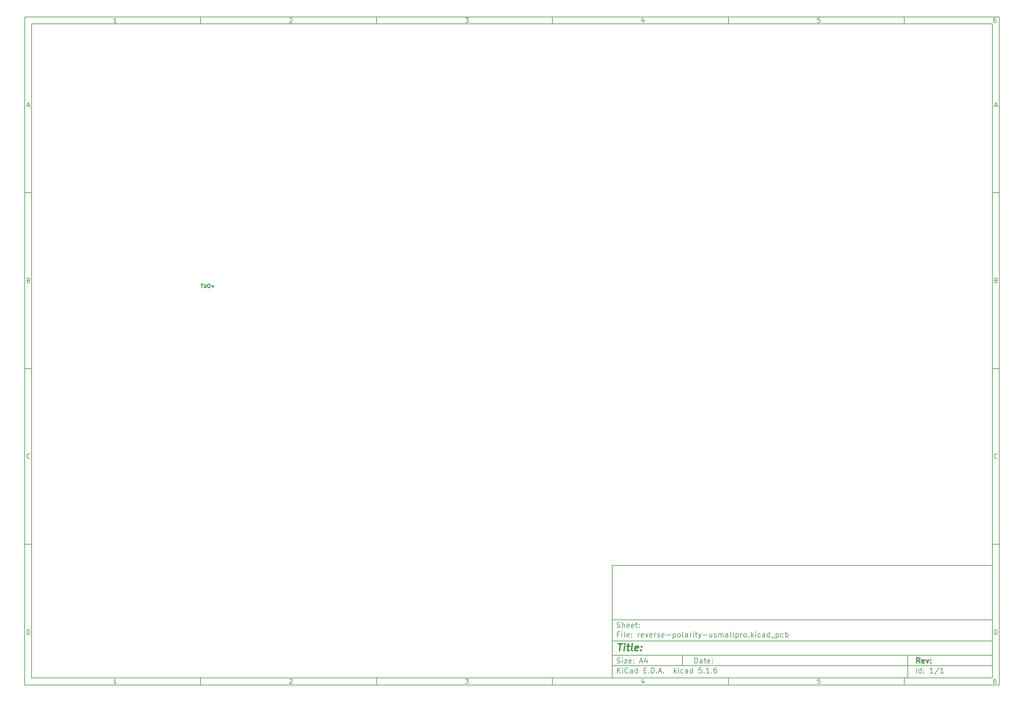
<source format=gbr>
G04 #@! TF.GenerationSoftware,KiCad,Pcbnew,5.1.6*
G04 #@! TF.CreationDate,2020-09-05T15:35:29+02:00*
G04 #@! TF.ProjectId,reverse-polarity-usmallpro,72657665-7273-4652-9d70-6f6c61726974,rev?*
G04 #@! TF.SameCoordinates,Original*
G04 #@! TF.FileFunction,Legend,Bot*
G04 #@! TF.FilePolarity,Positive*
%FSLAX46Y46*%
G04 Gerber Fmt 4.6, Leading zero omitted, Abs format (unit mm)*
G04 Created by KiCad (PCBNEW 5.1.6) date 2020-09-05 15:35:29*
%MOMM*%
%LPD*%
G01*
G04 APERTURE LIST*
%ADD10C,0.100000*%
%ADD11C,0.150000*%
%ADD12C,0.300000*%
%ADD13C,0.400000*%
%ADD14C,0.250000*%
G04 APERTURE END LIST*
D10*
D11*
X177002200Y-166007200D02*
X177002200Y-198007200D01*
X285002200Y-198007200D01*
X285002200Y-166007200D01*
X177002200Y-166007200D01*
D10*
D11*
X10000000Y-10000000D02*
X10000000Y-200007200D01*
X287002200Y-200007200D01*
X287002200Y-10000000D01*
X10000000Y-10000000D01*
D10*
D11*
X12000000Y-12000000D02*
X12000000Y-198007200D01*
X285002200Y-198007200D01*
X285002200Y-12000000D01*
X12000000Y-12000000D01*
D10*
D11*
X60000000Y-12000000D02*
X60000000Y-10000000D01*
D10*
D11*
X110000000Y-12000000D02*
X110000000Y-10000000D01*
D10*
D11*
X160000000Y-12000000D02*
X160000000Y-10000000D01*
D10*
D11*
X210000000Y-12000000D02*
X210000000Y-10000000D01*
D10*
D11*
X260000000Y-12000000D02*
X260000000Y-10000000D01*
D10*
D11*
X36065476Y-11588095D02*
X35322619Y-11588095D01*
X35694047Y-11588095D02*
X35694047Y-10288095D01*
X35570238Y-10473809D01*
X35446428Y-10597619D01*
X35322619Y-10659523D01*
D10*
D11*
X85322619Y-10411904D02*
X85384523Y-10350000D01*
X85508333Y-10288095D01*
X85817857Y-10288095D01*
X85941666Y-10350000D01*
X86003571Y-10411904D01*
X86065476Y-10535714D01*
X86065476Y-10659523D01*
X86003571Y-10845238D01*
X85260714Y-11588095D01*
X86065476Y-11588095D01*
D10*
D11*
X135260714Y-10288095D02*
X136065476Y-10288095D01*
X135632142Y-10783333D01*
X135817857Y-10783333D01*
X135941666Y-10845238D01*
X136003571Y-10907142D01*
X136065476Y-11030952D01*
X136065476Y-11340476D01*
X136003571Y-11464285D01*
X135941666Y-11526190D01*
X135817857Y-11588095D01*
X135446428Y-11588095D01*
X135322619Y-11526190D01*
X135260714Y-11464285D01*
D10*
D11*
X185941666Y-10721428D02*
X185941666Y-11588095D01*
X185632142Y-10226190D02*
X185322619Y-11154761D01*
X186127380Y-11154761D01*
D10*
D11*
X236003571Y-10288095D02*
X235384523Y-10288095D01*
X235322619Y-10907142D01*
X235384523Y-10845238D01*
X235508333Y-10783333D01*
X235817857Y-10783333D01*
X235941666Y-10845238D01*
X236003571Y-10907142D01*
X236065476Y-11030952D01*
X236065476Y-11340476D01*
X236003571Y-11464285D01*
X235941666Y-11526190D01*
X235817857Y-11588095D01*
X235508333Y-11588095D01*
X235384523Y-11526190D01*
X235322619Y-11464285D01*
D10*
D11*
X285941666Y-10288095D02*
X285694047Y-10288095D01*
X285570238Y-10350000D01*
X285508333Y-10411904D01*
X285384523Y-10597619D01*
X285322619Y-10845238D01*
X285322619Y-11340476D01*
X285384523Y-11464285D01*
X285446428Y-11526190D01*
X285570238Y-11588095D01*
X285817857Y-11588095D01*
X285941666Y-11526190D01*
X286003571Y-11464285D01*
X286065476Y-11340476D01*
X286065476Y-11030952D01*
X286003571Y-10907142D01*
X285941666Y-10845238D01*
X285817857Y-10783333D01*
X285570238Y-10783333D01*
X285446428Y-10845238D01*
X285384523Y-10907142D01*
X285322619Y-11030952D01*
D10*
D11*
X60000000Y-198007200D02*
X60000000Y-200007200D01*
D10*
D11*
X110000000Y-198007200D02*
X110000000Y-200007200D01*
D10*
D11*
X160000000Y-198007200D02*
X160000000Y-200007200D01*
D10*
D11*
X210000000Y-198007200D02*
X210000000Y-200007200D01*
D10*
D11*
X260000000Y-198007200D02*
X260000000Y-200007200D01*
D10*
D11*
X36065476Y-199595295D02*
X35322619Y-199595295D01*
X35694047Y-199595295D02*
X35694047Y-198295295D01*
X35570238Y-198481009D01*
X35446428Y-198604819D01*
X35322619Y-198666723D01*
D10*
D11*
X85322619Y-198419104D02*
X85384523Y-198357200D01*
X85508333Y-198295295D01*
X85817857Y-198295295D01*
X85941666Y-198357200D01*
X86003571Y-198419104D01*
X86065476Y-198542914D01*
X86065476Y-198666723D01*
X86003571Y-198852438D01*
X85260714Y-199595295D01*
X86065476Y-199595295D01*
D10*
D11*
X135260714Y-198295295D02*
X136065476Y-198295295D01*
X135632142Y-198790533D01*
X135817857Y-198790533D01*
X135941666Y-198852438D01*
X136003571Y-198914342D01*
X136065476Y-199038152D01*
X136065476Y-199347676D01*
X136003571Y-199471485D01*
X135941666Y-199533390D01*
X135817857Y-199595295D01*
X135446428Y-199595295D01*
X135322619Y-199533390D01*
X135260714Y-199471485D01*
D10*
D11*
X185941666Y-198728628D02*
X185941666Y-199595295D01*
X185632142Y-198233390D02*
X185322619Y-199161961D01*
X186127380Y-199161961D01*
D10*
D11*
X236003571Y-198295295D02*
X235384523Y-198295295D01*
X235322619Y-198914342D01*
X235384523Y-198852438D01*
X235508333Y-198790533D01*
X235817857Y-198790533D01*
X235941666Y-198852438D01*
X236003571Y-198914342D01*
X236065476Y-199038152D01*
X236065476Y-199347676D01*
X236003571Y-199471485D01*
X235941666Y-199533390D01*
X235817857Y-199595295D01*
X235508333Y-199595295D01*
X235384523Y-199533390D01*
X235322619Y-199471485D01*
D10*
D11*
X285941666Y-198295295D02*
X285694047Y-198295295D01*
X285570238Y-198357200D01*
X285508333Y-198419104D01*
X285384523Y-198604819D01*
X285322619Y-198852438D01*
X285322619Y-199347676D01*
X285384523Y-199471485D01*
X285446428Y-199533390D01*
X285570238Y-199595295D01*
X285817857Y-199595295D01*
X285941666Y-199533390D01*
X286003571Y-199471485D01*
X286065476Y-199347676D01*
X286065476Y-199038152D01*
X286003571Y-198914342D01*
X285941666Y-198852438D01*
X285817857Y-198790533D01*
X285570238Y-198790533D01*
X285446428Y-198852438D01*
X285384523Y-198914342D01*
X285322619Y-199038152D01*
D10*
D11*
X10000000Y-60000000D02*
X12000000Y-60000000D01*
D10*
D11*
X10000000Y-110000000D02*
X12000000Y-110000000D01*
D10*
D11*
X10000000Y-160000000D02*
X12000000Y-160000000D01*
D10*
D11*
X10690476Y-35216666D02*
X11309523Y-35216666D01*
X10566666Y-35588095D02*
X11000000Y-34288095D01*
X11433333Y-35588095D01*
D10*
D11*
X11092857Y-84907142D02*
X11278571Y-84969047D01*
X11340476Y-85030952D01*
X11402380Y-85154761D01*
X11402380Y-85340476D01*
X11340476Y-85464285D01*
X11278571Y-85526190D01*
X11154761Y-85588095D01*
X10659523Y-85588095D01*
X10659523Y-84288095D01*
X11092857Y-84288095D01*
X11216666Y-84350000D01*
X11278571Y-84411904D01*
X11340476Y-84535714D01*
X11340476Y-84659523D01*
X11278571Y-84783333D01*
X11216666Y-84845238D01*
X11092857Y-84907142D01*
X10659523Y-84907142D01*
D10*
D11*
X11402380Y-135464285D02*
X11340476Y-135526190D01*
X11154761Y-135588095D01*
X11030952Y-135588095D01*
X10845238Y-135526190D01*
X10721428Y-135402380D01*
X10659523Y-135278571D01*
X10597619Y-135030952D01*
X10597619Y-134845238D01*
X10659523Y-134597619D01*
X10721428Y-134473809D01*
X10845238Y-134350000D01*
X11030952Y-134288095D01*
X11154761Y-134288095D01*
X11340476Y-134350000D01*
X11402380Y-134411904D01*
D10*
D11*
X10659523Y-185588095D02*
X10659523Y-184288095D01*
X10969047Y-184288095D01*
X11154761Y-184350000D01*
X11278571Y-184473809D01*
X11340476Y-184597619D01*
X11402380Y-184845238D01*
X11402380Y-185030952D01*
X11340476Y-185278571D01*
X11278571Y-185402380D01*
X11154761Y-185526190D01*
X10969047Y-185588095D01*
X10659523Y-185588095D01*
D10*
D11*
X287002200Y-60000000D02*
X285002200Y-60000000D01*
D10*
D11*
X287002200Y-110000000D02*
X285002200Y-110000000D01*
D10*
D11*
X287002200Y-160000000D02*
X285002200Y-160000000D01*
D10*
D11*
X285692676Y-35216666D02*
X286311723Y-35216666D01*
X285568866Y-35588095D02*
X286002200Y-34288095D01*
X286435533Y-35588095D01*
D10*
D11*
X286095057Y-84907142D02*
X286280771Y-84969047D01*
X286342676Y-85030952D01*
X286404580Y-85154761D01*
X286404580Y-85340476D01*
X286342676Y-85464285D01*
X286280771Y-85526190D01*
X286156961Y-85588095D01*
X285661723Y-85588095D01*
X285661723Y-84288095D01*
X286095057Y-84288095D01*
X286218866Y-84350000D01*
X286280771Y-84411904D01*
X286342676Y-84535714D01*
X286342676Y-84659523D01*
X286280771Y-84783333D01*
X286218866Y-84845238D01*
X286095057Y-84907142D01*
X285661723Y-84907142D01*
D10*
D11*
X286404580Y-135464285D02*
X286342676Y-135526190D01*
X286156961Y-135588095D01*
X286033152Y-135588095D01*
X285847438Y-135526190D01*
X285723628Y-135402380D01*
X285661723Y-135278571D01*
X285599819Y-135030952D01*
X285599819Y-134845238D01*
X285661723Y-134597619D01*
X285723628Y-134473809D01*
X285847438Y-134350000D01*
X286033152Y-134288095D01*
X286156961Y-134288095D01*
X286342676Y-134350000D01*
X286404580Y-134411904D01*
D10*
D11*
X285661723Y-185588095D02*
X285661723Y-184288095D01*
X285971247Y-184288095D01*
X286156961Y-184350000D01*
X286280771Y-184473809D01*
X286342676Y-184597619D01*
X286404580Y-184845238D01*
X286404580Y-185030952D01*
X286342676Y-185278571D01*
X286280771Y-185402380D01*
X286156961Y-185526190D01*
X285971247Y-185588095D01*
X285661723Y-185588095D01*
D10*
D11*
X200434342Y-193785771D02*
X200434342Y-192285771D01*
X200791485Y-192285771D01*
X201005771Y-192357200D01*
X201148628Y-192500057D01*
X201220057Y-192642914D01*
X201291485Y-192928628D01*
X201291485Y-193142914D01*
X201220057Y-193428628D01*
X201148628Y-193571485D01*
X201005771Y-193714342D01*
X200791485Y-193785771D01*
X200434342Y-193785771D01*
X202577200Y-193785771D02*
X202577200Y-193000057D01*
X202505771Y-192857200D01*
X202362914Y-192785771D01*
X202077200Y-192785771D01*
X201934342Y-192857200D01*
X202577200Y-193714342D02*
X202434342Y-193785771D01*
X202077200Y-193785771D01*
X201934342Y-193714342D01*
X201862914Y-193571485D01*
X201862914Y-193428628D01*
X201934342Y-193285771D01*
X202077200Y-193214342D01*
X202434342Y-193214342D01*
X202577200Y-193142914D01*
X203077200Y-192785771D02*
X203648628Y-192785771D01*
X203291485Y-192285771D02*
X203291485Y-193571485D01*
X203362914Y-193714342D01*
X203505771Y-193785771D01*
X203648628Y-193785771D01*
X204720057Y-193714342D02*
X204577200Y-193785771D01*
X204291485Y-193785771D01*
X204148628Y-193714342D01*
X204077200Y-193571485D01*
X204077200Y-193000057D01*
X204148628Y-192857200D01*
X204291485Y-192785771D01*
X204577200Y-192785771D01*
X204720057Y-192857200D01*
X204791485Y-193000057D01*
X204791485Y-193142914D01*
X204077200Y-193285771D01*
X205434342Y-193642914D02*
X205505771Y-193714342D01*
X205434342Y-193785771D01*
X205362914Y-193714342D01*
X205434342Y-193642914D01*
X205434342Y-193785771D01*
X205434342Y-192857200D02*
X205505771Y-192928628D01*
X205434342Y-193000057D01*
X205362914Y-192928628D01*
X205434342Y-192857200D01*
X205434342Y-193000057D01*
D10*
D11*
X177002200Y-194507200D02*
X285002200Y-194507200D01*
D10*
D11*
X178434342Y-196585771D02*
X178434342Y-195085771D01*
X179291485Y-196585771D02*
X178648628Y-195728628D01*
X179291485Y-195085771D02*
X178434342Y-195942914D01*
X179934342Y-196585771D02*
X179934342Y-195585771D01*
X179934342Y-195085771D02*
X179862914Y-195157200D01*
X179934342Y-195228628D01*
X180005771Y-195157200D01*
X179934342Y-195085771D01*
X179934342Y-195228628D01*
X181505771Y-196442914D02*
X181434342Y-196514342D01*
X181220057Y-196585771D01*
X181077200Y-196585771D01*
X180862914Y-196514342D01*
X180720057Y-196371485D01*
X180648628Y-196228628D01*
X180577200Y-195942914D01*
X180577200Y-195728628D01*
X180648628Y-195442914D01*
X180720057Y-195300057D01*
X180862914Y-195157200D01*
X181077200Y-195085771D01*
X181220057Y-195085771D01*
X181434342Y-195157200D01*
X181505771Y-195228628D01*
X182791485Y-196585771D02*
X182791485Y-195800057D01*
X182720057Y-195657200D01*
X182577200Y-195585771D01*
X182291485Y-195585771D01*
X182148628Y-195657200D01*
X182791485Y-196514342D02*
X182648628Y-196585771D01*
X182291485Y-196585771D01*
X182148628Y-196514342D01*
X182077200Y-196371485D01*
X182077200Y-196228628D01*
X182148628Y-196085771D01*
X182291485Y-196014342D01*
X182648628Y-196014342D01*
X182791485Y-195942914D01*
X184148628Y-196585771D02*
X184148628Y-195085771D01*
X184148628Y-196514342D02*
X184005771Y-196585771D01*
X183720057Y-196585771D01*
X183577200Y-196514342D01*
X183505771Y-196442914D01*
X183434342Y-196300057D01*
X183434342Y-195871485D01*
X183505771Y-195728628D01*
X183577200Y-195657200D01*
X183720057Y-195585771D01*
X184005771Y-195585771D01*
X184148628Y-195657200D01*
X186005771Y-195800057D02*
X186505771Y-195800057D01*
X186720057Y-196585771D02*
X186005771Y-196585771D01*
X186005771Y-195085771D01*
X186720057Y-195085771D01*
X187362914Y-196442914D02*
X187434342Y-196514342D01*
X187362914Y-196585771D01*
X187291485Y-196514342D01*
X187362914Y-196442914D01*
X187362914Y-196585771D01*
X188077200Y-196585771D02*
X188077200Y-195085771D01*
X188434342Y-195085771D01*
X188648628Y-195157200D01*
X188791485Y-195300057D01*
X188862914Y-195442914D01*
X188934342Y-195728628D01*
X188934342Y-195942914D01*
X188862914Y-196228628D01*
X188791485Y-196371485D01*
X188648628Y-196514342D01*
X188434342Y-196585771D01*
X188077200Y-196585771D01*
X189577200Y-196442914D02*
X189648628Y-196514342D01*
X189577200Y-196585771D01*
X189505771Y-196514342D01*
X189577200Y-196442914D01*
X189577200Y-196585771D01*
X190220057Y-196157200D02*
X190934342Y-196157200D01*
X190077200Y-196585771D02*
X190577200Y-195085771D01*
X191077200Y-196585771D01*
X191577200Y-196442914D02*
X191648628Y-196514342D01*
X191577200Y-196585771D01*
X191505771Y-196514342D01*
X191577200Y-196442914D01*
X191577200Y-196585771D01*
X194577200Y-196585771D02*
X194577200Y-195085771D01*
X194720057Y-196014342D02*
X195148628Y-196585771D01*
X195148628Y-195585771D02*
X194577200Y-196157200D01*
X195791485Y-196585771D02*
X195791485Y-195585771D01*
X195791485Y-195085771D02*
X195720057Y-195157200D01*
X195791485Y-195228628D01*
X195862914Y-195157200D01*
X195791485Y-195085771D01*
X195791485Y-195228628D01*
X197148628Y-196514342D02*
X197005771Y-196585771D01*
X196720057Y-196585771D01*
X196577200Y-196514342D01*
X196505771Y-196442914D01*
X196434342Y-196300057D01*
X196434342Y-195871485D01*
X196505771Y-195728628D01*
X196577200Y-195657200D01*
X196720057Y-195585771D01*
X197005771Y-195585771D01*
X197148628Y-195657200D01*
X198434342Y-196585771D02*
X198434342Y-195800057D01*
X198362914Y-195657200D01*
X198220057Y-195585771D01*
X197934342Y-195585771D01*
X197791485Y-195657200D01*
X198434342Y-196514342D02*
X198291485Y-196585771D01*
X197934342Y-196585771D01*
X197791485Y-196514342D01*
X197720057Y-196371485D01*
X197720057Y-196228628D01*
X197791485Y-196085771D01*
X197934342Y-196014342D01*
X198291485Y-196014342D01*
X198434342Y-195942914D01*
X199791485Y-196585771D02*
X199791485Y-195085771D01*
X199791485Y-196514342D02*
X199648628Y-196585771D01*
X199362914Y-196585771D01*
X199220057Y-196514342D01*
X199148628Y-196442914D01*
X199077200Y-196300057D01*
X199077200Y-195871485D01*
X199148628Y-195728628D01*
X199220057Y-195657200D01*
X199362914Y-195585771D01*
X199648628Y-195585771D01*
X199791485Y-195657200D01*
X202362914Y-195085771D02*
X201648628Y-195085771D01*
X201577200Y-195800057D01*
X201648628Y-195728628D01*
X201791485Y-195657200D01*
X202148628Y-195657200D01*
X202291485Y-195728628D01*
X202362914Y-195800057D01*
X202434342Y-195942914D01*
X202434342Y-196300057D01*
X202362914Y-196442914D01*
X202291485Y-196514342D01*
X202148628Y-196585771D01*
X201791485Y-196585771D01*
X201648628Y-196514342D01*
X201577200Y-196442914D01*
X203077200Y-196442914D02*
X203148628Y-196514342D01*
X203077200Y-196585771D01*
X203005771Y-196514342D01*
X203077200Y-196442914D01*
X203077200Y-196585771D01*
X204577200Y-196585771D02*
X203720057Y-196585771D01*
X204148628Y-196585771D02*
X204148628Y-195085771D01*
X204005771Y-195300057D01*
X203862914Y-195442914D01*
X203720057Y-195514342D01*
X205220057Y-196442914D02*
X205291485Y-196514342D01*
X205220057Y-196585771D01*
X205148628Y-196514342D01*
X205220057Y-196442914D01*
X205220057Y-196585771D01*
X206577200Y-195085771D02*
X206291485Y-195085771D01*
X206148628Y-195157200D01*
X206077200Y-195228628D01*
X205934342Y-195442914D01*
X205862914Y-195728628D01*
X205862914Y-196300057D01*
X205934342Y-196442914D01*
X206005771Y-196514342D01*
X206148628Y-196585771D01*
X206434342Y-196585771D01*
X206577200Y-196514342D01*
X206648628Y-196442914D01*
X206720057Y-196300057D01*
X206720057Y-195942914D01*
X206648628Y-195800057D01*
X206577200Y-195728628D01*
X206434342Y-195657200D01*
X206148628Y-195657200D01*
X206005771Y-195728628D01*
X205934342Y-195800057D01*
X205862914Y-195942914D01*
D10*
D11*
X177002200Y-191507200D02*
X285002200Y-191507200D01*
D10*
D12*
X264411485Y-193785771D02*
X263911485Y-193071485D01*
X263554342Y-193785771D02*
X263554342Y-192285771D01*
X264125771Y-192285771D01*
X264268628Y-192357200D01*
X264340057Y-192428628D01*
X264411485Y-192571485D01*
X264411485Y-192785771D01*
X264340057Y-192928628D01*
X264268628Y-193000057D01*
X264125771Y-193071485D01*
X263554342Y-193071485D01*
X265625771Y-193714342D02*
X265482914Y-193785771D01*
X265197200Y-193785771D01*
X265054342Y-193714342D01*
X264982914Y-193571485D01*
X264982914Y-193000057D01*
X265054342Y-192857200D01*
X265197200Y-192785771D01*
X265482914Y-192785771D01*
X265625771Y-192857200D01*
X265697200Y-193000057D01*
X265697200Y-193142914D01*
X264982914Y-193285771D01*
X266197200Y-192785771D02*
X266554342Y-193785771D01*
X266911485Y-192785771D01*
X267482914Y-193642914D02*
X267554342Y-193714342D01*
X267482914Y-193785771D01*
X267411485Y-193714342D01*
X267482914Y-193642914D01*
X267482914Y-193785771D01*
X267482914Y-192857200D02*
X267554342Y-192928628D01*
X267482914Y-193000057D01*
X267411485Y-192928628D01*
X267482914Y-192857200D01*
X267482914Y-193000057D01*
D10*
D11*
X178362914Y-193714342D02*
X178577200Y-193785771D01*
X178934342Y-193785771D01*
X179077200Y-193714342D01*
X179148628Y-193642914D01*
X179220057Y-193500057D01*
X179220057Y-193357200D01*
X179148628Y-193214342D01*
X179077200Y-193142914D01*
X178934342Y-193071485D01*
X178648628Y-193000057D01*
X178505771Y-192928628D01*
X178434342Y-192857200D01*
X178362914Y-192714342D01*
X178362914Y-192571485D01*
X178434342Y-192428628D01*
X178505771Y-192357200D01*
X178648628Y-192285771D01*
X179005771Y-192285771D01*
X179220057Y-192357200D01*
X179862914Y-193785771D02*
X179862914Y-192785771D01*
X179862914Y-192285771D02*
X179791485Y-192357200D01*
X179862914Y-192428628D01*
X179934342Y-192357200D01*
X179862914Y-192285771D01*
X179862914Y-192428628D01*
X180434342Y-192785771D02*
X181220057Y-192785771D01*
X180434342Y-193785771D01*
X181220057Y-193785771D01*
X182362914Y-193714342D02*
X182220057Y-193785771D01*
X181934342Y-193785771D01*
X181791485Y-193714342D01*
X181720057Y-193571485D01*
X181720057Y-193000057D01*
X181791485Y-192857200D01*
X181934342Y-192785771D01*
X182220057Y-192785771D01*
X182362914Y-192857200D01*
X182434342Y-193000057D01*
X182434342Y-193142914D01*
X181720057Y-193285771D01*
X183077200Y-193642914D02*
X183148628Y-193714342D01*
X183077200Y-193785771D01*
X183005771Y-193714342D01*
X183077200Y-193642914D01*
X183077200Y-193785771D01*
X183077200Y-192857200D02*
X183148628Y-192928628D01*
X183077200Y-193000057D01*
X183005771Y-192928628D01*
X183077200Y-192857200D01*
X183077200Y-193000057D01*
X184862914Y-193357200D02*
X185577200Y-193357200D01*
X184720057Y-193785771D02*
X185220057Y-192285771D01*
X185720057Y-193785771D01*
X186862914Y-192785771D02*
X186862914Y-193785771D01*
X186505771Y-192214342D02*
X186148628Y-193285771D01*
X187077200Y-193285771D01*
D10*
D11*
X263434342Y-196585771D02*
X263434342Y-195085771D01*
X264791485Y-196585771D02*
X264791485Y-195085771D01*
X264791485Y-196514342D02*
X264648628Y-196585771D01*
X264362914Y-196585771D01*
X264220057Y-196514342D01*
X264148628Y-196442914D01*
X264077200Y-196300057D01*
X264077200Y-195871485D01*
X264148628Y-195728628D01*
X264220057Y-195657200D01*
X264362914Y-195585771D01*
X264648628Y-195585771D01*
X264791485Y-195657200D01*
X265505771Y-196442914D02*
X265577200Y-196514342D01*
X265505771Y-196585771D01*
X265434342Y-196514342D01*
X265505771Y-196442914D01*
X265505771Y-196585771D01*
X265505771Y-195657200D02*
X265577200Y-195728628D01*
X265505771Y-195800057D01*
X265434342Y-195728628D01*
X265505771Y-195657200D01*
X265505771Y-195800057D01*
X268148628Y-196585771D02*
X267291485Y-196585771D01*
X267720057Y-196585771D02*
X267720057Y-195085771D01*
X267577200Y-195300057D01*
X267434342Y-195442914D01*
X267291485Y-195514342D01*
X269862914Y-195014342D02*
X268577200Y-196942914D01*
X271148628Y-196585771D02*
X270291485Y-196585771D01*
X270720057Y-196585771D02*
X270720057Y-195085771D01*
X270577200Y-195300057D01*
X270434342Y-195442914D01*
X270291485Y-195514342D01*
D10*
D11*
X177002200Y-187507200D02*
X285002200Y-187507200D01*
D10*
D13*
X178714580Y-188211961D02*
X179857438Y-188211961D01*
X179036009Y-190211961D02*
X179286009Y-188211961D01*
X180274104Y-190211961D02*
X180440771Y-188878628D01*
X180524104Y-188211961D02*
X180416961Y-188307200D01*
X180500295Y-188402438D01*
X180607438Y-188307200D01*
X180524104Y-188211961D01*
X180500295Y-188402438D01*
X181107438Y-188878628D02*
X181869342Y-188878628D01*
X181476485Y-188211961D02*
X181262200Y-189926247D01*
X181333628Y-190116723D01*
X181512200Y-190211961D01*
X181702676Y-190211961D01*
X182655057Y-190211961D02*
X182476485Y-190116723D01*
X182405057Y-189926247D01*
X182619342Y-188211961D01*
X184190771Y-190116723D02*
X183988390Y-190211961D01*
X183607438Y-190211961D01*
X183428866Y-190116723D01*
X183357438Y-189926247D01*
X183452676Y-189164342D01*
X183571723Y-188973866D01*
X183774104Y-188878628D01*
X184155057Y-188878628D01*
X184333628Y-188973866D01*
X184405057Y-189164342D01*
X184381247Y-189354819D01*
X183405057Y-189545295D01*
X185155057Y-190021485D02*
X185238390Y-190116723D01*
X185131247Y-190211961D01*
X185047914Y-190116723D01*
X185155057Y-190021485D01*
X185131247Y-190211961D01*
X185286009Y-188973866D02*
X185369342Y-189069104D01*
X185262200Y-189164342D01*
X185178866Y-189069104D01*
X185286009Y-188973866D01*
X185262200Y-189164342D01*
D10*
D11*
X178934342Y-185600057D02*
X178434342Y-185600057D01*
X178434342Y-186385771D02*
X178434342Y-184885771D01*
X179148628Y-184885771D01*
X179720057Y-186385771D02*
X179720057Y-185385771D01*
X179720057Y-184885771D02*
X179648628Y-184957200D01*
X179720057Y-185028628D01*
X179791485Y-184957200D01*
X179720057Y-184885771D01*
X179720057Y-185028628D01*
X180648628Y-186385771D02*
X180505771Y-186314342D01*
X180434342Y-186171485D01*
X180434342Y-184885771D01*
X181791485Y-186314342D02*
X181648628Y-186385771D01*
X181362914Y-186385771D01*
X181220057Y-186314342D01*
X181148628Y-186171485D01*
X181148628Y-185600057D01*
X181220057Y-185457200D01*
X181362914Y-185385771D01*
X181648628Y-185385771D01*
X181791485Y-185457200D01*
X181862914Y-185600057D01*
X181862914Y-185742914D01*
X181148628Y-185885771D01*
X182505771Y-186242914D02*
X182577200Y-186314342D01*
X182505771Y-186385771D01*
X182434342Y-186314342D01*
X182505771Y-186242914D01*
X182505771Y-186385771D01*
X182505771Y-185457200D02*
X182577200Y-185528628D01*
X182505771Y-185600057D01*
X182434342Y-185528628D01*
X182505771Y-185457200D01*
X182505771Y-185600057D01*
X184362914Y-186385771D02*
X184362914Y-185385771D01*
X184362914Y-185671485D02*
X184434342Y-185528628D01*
X184505771Y-185457200D01*
X184648628Y-185385771D01*
X184791485Y-185385771D01*
X185862914Y-186314342D02*
X185720057Y-186385771D01*
X185434342Y-186385771D01*
X185291485Y-186314342D01*
X185220057Y-186171485D01*
X185220057Y-185600057D01*
X185291485Y-185457200D01*
X185434342Y-185385771D01*
X185720057Y-185385771D01*
X185862914Y-185457200D01*
X185934342Y-185600057D01*
X185934342Y-185742914D01*
X185220057Y-185885771D01*
X186434342Y-185385771D02*
X186791485Y-186385771D01*
X187148628Y-185385771D01*
X188291485Y-186314342D02*
X188148628Y-186385771D01*
X187862914Y-186385771D01*
X187720057Y-186314342D01*
X187648628Y-186171485D01*
X187648628Y-185600057D01*
X187720057Y-185457200D01*
X187862914Y-185385771D01*
X188148628Y-185385771D01*
X188291485Y-185457200D01*
X188362914Y-185600057D01*
X188362914Y-185742914D01*
X187648628Y-185885771D01*
X189005771Y-186385771D02*
X189005771Y-185385771D01*
X189005771Y-185671485D02*
X189077200Y-185528628D01*
X189148628Y-185457200D01*
X189291485Y-185385771D01*
X189434342Y-185385771D01*
X189862914Y-186314342D02*
X190005771Y-186385771D01*
X190291485Y-186385771D01*
X190434342Y-186314342D01*
X190505771Y-186171485D01*
X190505771Y-186100057D01*
X190434342Y-185957200D01*
X190291485Y-185885771D01*
X190077200Y-185885771D01*
X189934342Y-185814342D01*
X189862914Y-185671485D01*
X189862914Y-185600057D01*
X189934342Y-185457200D01*
X190077200Y-185385771D01*
X190291485Y-185385771D01*
X190434342Y-185457200D01*
X191720057Y-186314342D02*
X191577200Y-186385771D01*
X191291485Y-186385771D01*
X191148628Y-186314342D01*
X191077200Y-186171485D01*
X191077200Y-185600057D01*
X191148628Y-185457200D01*
X191291485Y-185385771D01*
X191577200Y-185385771D01*
X191720057Y-185457200D01*
X191791485Y-185600057D01*
X191791485Y-185742914D01*
X191077200Y-185885771D01*
X192434342Y-185814342D02*
X193577200Y-185814342D01*
X194291485Y-185385771D02*
X194291485Y-186885771D01*
X194291485Y-185457200D02*
X194434342Y-185385771D01*
X194720057Y-185385771D01*
X194862914Y-185457200D01*
X194934342Y-185528628D01*
X195005771Y-185671485D01*
X195005771Y-186100057D01*
X194934342Y-186242914D01*
X194862914Y-186314342D01*
X194720057Y-186385771D01*
X194434342Y-186385771D01*
X194291485Y-186314342D01*
X195862914Y-186385771D02*
X195720057Y-186314342D01*
X195648628Y-186242914D01*
X195577200Y-186100057D01*
X195577200Y-185671485D01*
X195648628Y-185528628D01*
X195720057Y-185457200D01*
X195862914Y-185385771D01*
X196077200Y-185385771D01*
X196220057Y-185457200D01*
X196291485Y-185528628D01*
X196362914Y-185671485D01*
X196362914Y-186100057D01*
X196291485Y-186242914D01*
X196220057Y-186314342D01*
X196077200Y-186385771D01*
X195862914Y-186385771D01*
X197220057Y-186385771D02*
X197077200Y-186314342D01*
X197005771Y-186171485D01*
X197005771Y-184885771D01*
X198434342Y-186385771D02*
X198434342Y-185600057D01*
X198362914Y-185457200D01*
X198220057Y-185385771D01*
X197934342Y-185385771D01*
X197791485Y-185457200D01*
X198434342Y-186314342D02*
X198291485Y-186385771D01*
X197934342Y-186385771D01*
X197791485Y-186314342D01*
X197720057Y-186171485D01*
X197720057Y-186028628D01*
X197791485Y-185885771D01*
X197934342Y-185814342D01*
X198291485Y-185814342D01*
X198434342Y-185742914D01*
X199148628Y-186385771D02*
X199148628Y-185385771D01*
X199148628Y-185671485D02*
X199220057Y-185528628D01*
X199291485Y-185457200D01*
X199434342Y-185385771D01*
X199577200Y-185385771D01*
X200077200Y-186385771D02*
X200077200Y-185385771D01*
X200077200Y-184885771D02*
X200005771Y-184957200D01*
X200077200Y-185028628D01*
X200148628Y-184957200D01*
X200077200Y-184885771D01*
X200077200Y-185028628D01*
X200577200Y-185385771D02*
X201148628Y-185385771D01*
X200791485Y-184885771D02*
X200791485Y-186171485D01*
X200862914Y-186314342D01*
X201005771Y-186385771D01*
X201148628Y-186385771D01*
X201505771Y-185385771D02*
X201862914Y-186385771D01*
X202220057Y-185385771D02*
X201862914Y-186385771D01*
X201720057Y-186742914D01*
X201648628Y-186814342D01*
X201505771Y-186885771D01*
X202791485Y-185814342D02*
X203934342Y-185814342D01*
X205291485Y-185385771D02*
X205291485Y-186385771D01*
X204648628Y-185385771D02*
X204648628Y-186171485D01*
X204720057Y-186314342D01*
X204862914Y-186385771D01*
X205077200Y-186385771D01*
X205220057Y-186314342D01*
X205291485Y-186242914D01*
X205934342Y-186314342D02*
X206077200Y-186385771D01*
X206362914Y-186385771D01*
X206505771Y-186314342D01*
X206577200Y-186171485D01*
X206577200Y-186100057D01*
X206505771Y-185957200D01*
X206362914Y-185885771D01*
X206148628Y-185885771D01*
X206005771Y-185814342D01*
X205934342Y-185671485D01*
X205934342Y-185600057D01*
X206005771Y-185457200D01*
X206148628Y-185385771D01*
X206362914Y-185385771D01*
X206505771Y-185457200D01*
X207220057Y-186385771D02*
X207220057Y-185385771D01*
X207220057Y-185528628D02*
X207291485Y-185457200D01*
X207434342Y-185385771D01*
X207648628Y-185385771D01*
X207791485Y-185457200D01*
X207862914Y-185600057D01*
X207862914Y-186385771D01*
X207862914Y-185600057D02*
X207934342Y-185457200D01*
X208077200Y-185385771D01*
X208291485Y-185385771D01*
X208434342Y-185457200D01*
X208505771Y-185600057D01*
X208505771Y-186385771D01*
X209862914Y-186385771D02*
X209862914Y-185600057D01*
X209791485Y-185457200D01*
X209648628Y-185385771D01*
X209362914Y-185385771D01*
X209220057Y-185457200D01*
X209862914Y-186314342D02*
X209720057Y-186385771D01*
X209362914Y-186385771D01*
X209220057Y-186314342D01*
X209148628Y-186171485D01*
X209148628Y-186028628D01*
X209220057Y-185885771D01*
X209362914Y-185814342D01*
X209720057Y-185814342D01*
X209862914Y-185742914D01*
X210791485Y-186385771D02*
X210648628Y-186314342D01*
X210577200Y-186171485D01*
X210577200Y-184885771D01*
X211577200Y-186385771D02*
X211434342Y-186314342D01*
X211362914Y-186171485D01*
X211362914Y-184885771D01*
X212148628Y-185385771D02*
X212148628Y-186885771D01*
X212148628Y-185457200D02*
X212291485Y-185385771D01*
X212577200Y-185385771D01*
X212720057Y-185457200D01*
X212791485Y-185528628D01*
X212862914Y-185671485D01*
X212862914Y-186100057D01*
X212791485Y-186242914D01*
X212720057Y-186314342D01*
X212577200Y-186385771D01*
X212291485Y-186385771D01*
X212148628Y-186314342D01*
X213505771Y-186385771D02*
X213505771Y-185385771D01*
X213505771Y-185671485D02*
X213577200Y-185528628D01*
X213648628Y-185457200D01*
X213791485Y-185385771D01*
X213934342Y-185385771D01*
X214648628Y-186385771D02*
X214505771Y-186314342D01*
X214434342Y-186242914D01*
X214362914Y-186100057D01*
X214362914Y-185671485D01*
X214434342Y-185528628D01*
X214505771Y-185457200D01*
X214648628Y-185385771D01*
X214862914Y-185385771D01*
X215005771Y-185457200D01*
X215077200Y-185528628D01*
X215148628Y-185671485D01*
X215148628Y-186100057D01*
X215077200Y-186242914D01*
X215005771Y-186314342D01*
X214862914Y-186385771D01*
X214648628Y-186385771D01*
X215791485Y-186242914D02*
X215862914Y-186314342D01*
X215791485Y-186385771D01*
X215720057Y-186314342D01*
X215791485Y-186242914D01*
X215791485Y-186385771D01*
X216505771Y-186385771D02*
X216505771Y-184885771D01*
X216648628Y-185814342D02*
X217077200Y-186385771D01*
X217077200Y-185385771D02*
X216505771Y-185957200D01*
X217720057Y-186385771D02*
X217720057Y-185385771D01*
X217720057Y-184885771D02*
X217648628Y-184957200D01*
X217720057Y-185028628D01*
X217791485Y-184957200D01*
X217720057Y-184885771D01*
X217720057Y-185028628D01*
X219077200Y-186314342D02*
X218934342Y-186385771D01*
X218648628Y-186385771D01*
X218505771Y-186314342D01*
X218434342Y-186242914D01*
X218362914Y-186100057D01*
X218362914Y-185671485D01*
X218434342Y-185528628D01*
X218505771Y-185457200D01*
X218648628Y-185385771D01*
X218934342Y-185385771D01*
X219077200Y-185457200D01*
X220362914Y-186385771D02*
X220362914Y-185600057D01*
X220291485Y-185457200D01*
X220148628Y-185385771D01*
X219862914Y-185385771D01*
X219720057Y-185457200D01*
X220362914Y-186314342D02*
X220220057Y-186385771D01*
X219862914Y-186385771D01*
X219720057Y-186314342D01*
X219648628Y-186171485D01*
X219648628Y-186028628D01*
X219720057Y-185885771D01*
X219862914Y-185814342D01*
X220220057Y-185814342D01*
X220362914Y-185742914D01*
X221720057Y-186385771D02*
X221720057Y-184885771D01*
X221720057Y-186314342D02*
X221577200Y-186385771D01*
X221291485Y-186385771D01*
X221148628Y-186314342D01*
X221077200Y-186242914D01*
X221005771Y-186100057D01*
X221005771Y-185671485D01*
X221077200Y-185528628D01*
X221148628Y-185457200D01*
X221291485Y-185385771D01*
X221577200Y-185385771D01*
X221720057Y-185457200D01*
X222077200Y-186528628D02*
X223220057Y-186528628D01*
X223577200Y-185385771D02*
X223577200Y-186885771D01*
X223577200Y-185457200D02*
X223720057Y-185385771D01*
X224005771Y-185385771D01*
X224148628Y-185457200D01*
X224220057Y-185528628D01*
X224291485Y-185671485D01*
X224291485Y-186100057D01*
X224220057Y-186242914D01*
X224148628Y-186314342D01*
X224005771Y-186385771D01*
X223720057Y-186385771D01*
X223577200Y-186314342D01*
X225577200Y-186314342D02*
X225434342Y-186385771D01*
X225148628Y-186385771D01*
X225005771Y-186314342D01*
X224934342Y-186242914D01*
X224862914Y-186100057D01*
X224862914Y-185671485D01*
X224934342Y-185528628D01*
X225005771Y-185457200D01*
X225148628Y-185385771D01*
X225434342Y-185385771D01*
X225577200Y-185457200D01*
X226220057Y-186385771D02*
X226220057Y-184885771D01*
X226220057Y-185457200D02*
X226362914Y-185385771D01*
X226648628Y-185385771D01*
X226791485Y-185457200D01*
X226862914Y-185528628D01*
X226934342Y-185671485D01*
X226934342Y-186100057D01*
X226862914Y-186242914D01*
X226791485Y-186314342D01*
X226648628Y-186385771D01*
X226362914Y-186385771D01*
X226220057Y-186314342D01*
D10*
D11*
X177002200Y-181507200D02*
X285002200Y-181507200D01*
D10*
D11*
X178362914Y-183614342D02*
X178577200Y-183685771D01*
X178934342Y-183685771D01*
X179077200Y-183614342D01*
X179148628Y-183542914D01*
X179220057Y-183400057D01*
X179220057Y-183257200D01*
X179148628Y-183114342D01*
X179077200Y-183042914D01*
X178934342Y-182971485D01*
X178648628Y-182900057D01*
X178505771Y-182828628D01*
X178434342Y-182757200D01*
X178362914Y-182614342D01*
X178362914Y-182471485D01*
X178434342Y-182328628D01*
X178505771Y-182257200D01*
X178648628Y-182185771D01*
X179005771Y-182185771D01*
X179220057Y-182257200D01*
X179862914Y-183685771D02*
X179862914Y-182185771D01*
X180505771Y-183685771D02*
X180505771Y-182900057D01*
X180434342Y-182757200D01*
X180291485Y-182685771D01*
X180077200Y-182685771D01*
X179934342Y-182757200D01*
X179862914Y-182828628D01*
X181791485Y-183614342D02*
X181648628Y-183685771D01*
X181362914Y-183685771D01*
X181220057Y-183614342D01*
X181148628Y-183471485D01*
X181148628Y-182900057D01*
X181220057Y-182757200D01*
X181362914Y-182685771D01*
X181648628Y-182685771D01*
X181791485Y-182757200D01*
X181862914Y-182900057D01*
X181862914Y-183042914D01*
X181148628Y-183185771D01*
X183077200Y-183614342D02*
X182934342Y-183685771D01*
X182648628Y-183685771D01*
X182505771Y-183614342D01*
X182434342Y-183471485D01*
X182434342Y-182900057D01*
X182505771Y-182757200D01*
X182648628Y-182685771D01*
X182934342Y-182685771D01*
X183077200Y-182757200D01*
X183148628Y-182900057D01*
X183148628Y-183042914D01*
X182434342Y-183185771D01*
X183577200Y-182685771D02*
X184148628Y-182685771D01*
X183791485Y-182185771D02*
X183791485Y-183471485D01*
X183862914Y-183614342D01*
X184005771Y-183685771D01*
X184148628Y-183685771D01*
X184648628Y-183542914D02*
X184720057Y-183614342D01*
X184648628Y-183685771D01*
X184577200Y-183614342D01*
X184648628Y-183542914D01*
X184648628Y-183685771D01*
X184648628Y-182757200D02*
X184720057Y-182828628D01*
X184648628Y-182900057D01*
X184577200Y-182828628D01*
X184648628Y-182757200D01*
X184648628Y-182900057D01*
D10*
D11*
X197002200Y-191507200D02*
X197002200Y-194507200D01*
D10*
D11*
X261002200Y-191507200D02*
X261002200Y-198007200D01*
D14*
X63809523Y-86571428D02*
X63047619Y-86571428D01*
X63428571Y-86952380D02*
X63428571Y-86190476D01*
X62380952Y-85952380D02*
X62190476Y-85952380D01*
X62095238Y-86000000D01*
X62000000Y-86095238D01*
X61952380Y-86285714D01*
X61952380Y-86619047D01*
X62000000Y-86809523D01*
X62095238Y-86904761D01*
X62190476Y-86952380D01*
X62380952Y-86952380D01*
X62476190Y-86904761D01*
X62571428Y-86809523D01*
X62619047Y-86619047D01*
X62619047Y-86285714D01*
X62571428Y-86095238D01*
X62476190Y-86000000D01*
X62380952Y-85952380D01*
X61523809Y-85952380D02*
X61523809Y-86761904D01*
X61476190Y-86857142D01*
X61428571Y-86904761D01*
X61333333Y-86952380D01*
X61142857Y-86952380D01*
X61047619Y-86904761D01*
X61000000Y-86857142D01*
X60952380Y-86761904D01*
X60952380Y-85952380D01*
X60619047Y-85952380D02*
X60047619Y-85952380D01*
X60333333Y-86952380D02*
X60333333Y-85952380D01*
M02*

</source>
